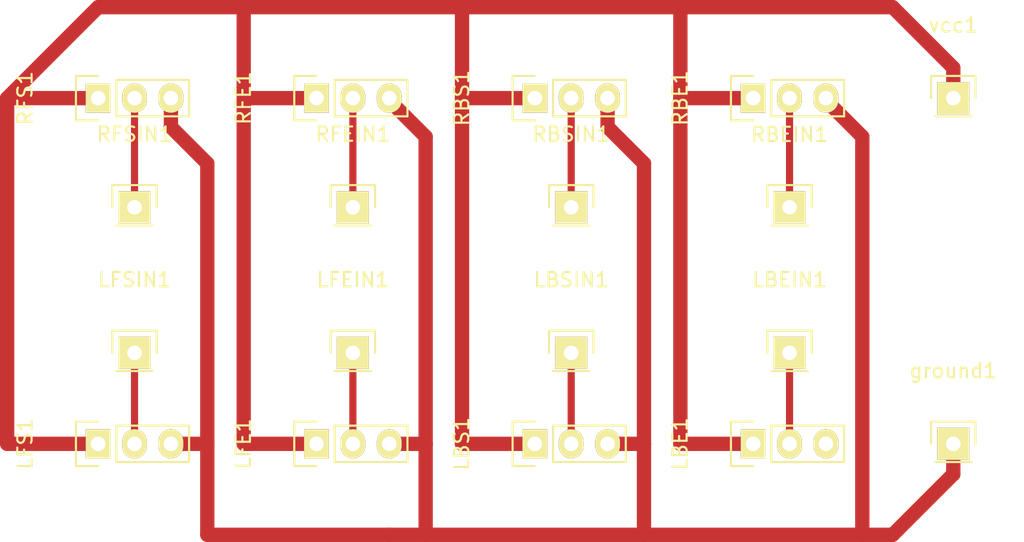
<source format=kicad_pcb>
(kicad_pcb (version 4) (host pcbnew 4.0.4-stable)

  (general
    (links 24)
    (no_connects 3)
    (area 149.159999 80.579999 220.933334 118.810002)
    (thickness 1.6)
    (drawings 0)
    (tracks 57)
    (zones 0)
    (modules 18)
    (nets 11)
  )

  (page A4)
  (layers
    (0 F.Cu signal)
    (31 B.Cu signal)
    (32 B.Adhes user)
    (33 F.Adhes user)
    (34 B.Paste user)
    (35 F.Paste user)
    (36 B.SilkS user)
    (37 F.SilkS user)
    (38 B.Mask user)
    (39 F.Mask user)
    (40 Dwgs.User user)
    (41 Cmts.User user)
    (42 Eco1.User user)
    (43 Eco2.User user)
    (44 Edge.Cuts user)
    (45 Margin user)
    (46 B.CrtYd user)
    (47 F.CrtYd user)
    (48 B.Fab user)
    (49 F.Fab user)
  )

  (setup
    (last_trace_width 0.5)
    (user_trace_width 0.5)
    (user_trace_width 1)
    (user_trace_width 2)
    (trace_clearance 0.2)
    (zone_clearance 0.508)
    (zone_45_only no)
    (trace_min 0.2)
    (segment_width 0.2)
    (edge_width 0.15)
    (via_size 0.6)
    (via_drill 0.4)
    (via_min_size 0.4)
    (via_min_drill 0.3)
    (uvia_size 0.3)
    (uvia_drill 0.1)
    (uvias_allowed no)
    (uvia_min_size 0.2)
    (uvia_min_drill 0.1)
    (pcb_text_width 0.3)
    (pcb_text_size 1.5 1.5)
    (mod_edge_width 0.15)
    (mod_text_size 1 1)
    (mod_text_width 0.15)
    (pad_size 1.524 1.524)
    (pad_drill 0.762)
    (pad_to_mask_clearance 0.2)
    (aux_axis_origin 0 0)
    (visible_elements FFFFFF7F)
    (pcbplotparams
      (layerselection 0x00030_80000001)
      (usegerberextensions false)
      (excludeedgelayer true)
      (linewidth 0.100000)
      (plotframeref false)
      (viasonmask false)
      (mode 1)
      (useauxorigin false)
      (hpglpennumber 1)
      (hpglpenspeed 20)
      (hpglpendiameter 15)
      (hpglpenoverlay 2)
      (psnegative false)
      (psa4output false)
      (plotreference true)
      (plotvalue true)
      (plotinvisibletext false)
      (padsonsilk false)
      (subtractmaskfromsilk false)
      (outputformat 1)
      (mirror false)
      (drillshape 0)
      (scaleselection 1)
      (outputdirectory exportedBoard))
  )

  (net 0 "")
  (net 1 GND)
  (net 2 +5V)
  (net 3 "Net-(LBE1-Pad2)")
  (net 4 "Net-(LBS1-Pad2)")
  (net 5 "Net-(LFE1-Pad2)")
  (net 6 "Net-(LFS1-Pad2)")
  (net 7 "Net-(RBE1-Pad2)")
  (net 8 "Net-(RBS1-Pad2)")
  (net 9 "Net-(RFE1-Pad2)")
  (net 10 "Net-(RFS1-Pad2)")

  (net_class Default "This is the default net class."
    (clearance 0.2)
    (trace_width 0.25)
    (via_dia 0.6)
    (via_drill 0.4)
    (uvia_dia 0.3)
    (uvia_drill 0.1)
    (add_net +5V)
    (add_net GND)
    (add_net "Net-(LBE1-Pad2)")
    (add_net "Net-(LBS1-Pad2)")
    (add_net "Net-(LFE1-Pad2)")
    (add_net "Net-(LFS1-Pad2)")
    (add_net "Net-(RBE1-Pad2)")
    (add_net "Net-(RBS1-Pad2)")
    (add_net "Net-(RFE1-Pad2)")
    (add_net "Net-(RFS1-Pad2)")
  )

  (module Pin_Headers:Pin_Header_Straight_1x01 (layer F.Cu) (tedit 54EA08DC) (tstamp 581D71D1)
    (at 215.9 111.76)
    (descr "Through hole pin header")
    (tags "pin header")
    (path /581D7D4B)
    (fp_text reference ground1 (at 0 -5.1) (layer F.SilkS)
      (effects (font (size 1 1) (thickness 0.15)))
    )
    (fp_text value CONN_01X01 (at 0 -3.1) (layer F.Fab)
      (effects (font (size 1 1) (thickness 0.15)))
    )
    (fp_line (start 1.55 -1.55) (end 1.55 0) (layer F.SilkS) (width 0.15))
    (fp_line (start -1.75 -1.75) (end -1.75 1.75) (layer F.CrtYd) (width 0.05))
    (fp_line (start 1.75 -1.75) (end 1.75 1.75) (layer F.CrtYd) (width 0.05))
    (fp_line (start -1.75 -1.75) (end 1.75 -1.75) (layer F.CrtYd) (width 0.05))
    (fp_line (start -1.75 1.75) (end 1.75 1.75) (layer F.CrtYd) (width 0.05))
    (fp_line (start -1.55 0) (end -1.55 -1.55) (layer F.SilkS) (width 0.15))
    (fp_line (start -1.55 -1.55) (end 1.55 -1.55) (layer F.SilkS) (width 0.15))
    (fp_line (start -1.27 1.27) (end 1.27 1.27) (layer F.SilkS) (width 0.15))
    (pad 1 thru_hole rect (at 0 0) (size 2.2352 2.2352) (drill 1.016) (layers *.Cu *.Mask F.SilkS)
      (net 1 GND))
    (model Pin_Headers.3dshapes/Pin_Header_Straight_1x01.wrl
      (at (xyz 0 0 0))
      (scale (xyz 1 1 1))
      (rotate (xyz 0 0 90))
    )
  )

  (module Pin_Headers:Pin_Header_Straight_1x03 (layer F.Cu) (tedit 0) (tstamp 581D71E3)
    (at 201.93 111.76 90)
    (descr "Through hole pin header")
    (tags "pin header")
    (path /581D64A9)
    (fp_text reference LBE1 (at 0 -5.1 90) (layer F.SilkS)
      (effects (font (size 1 1) (thickness 0.15)))
    )
    (fp_text value CONN_01X03 (at 0 -3.1 90) (layer F.Fab)
      (effects (font (size 1 1) (thickness 0.15)))
    )
    (fp_line (start -1.75 -1.75) (end -1.75 6.85) (layer F.CrtYd) (width 0.05))
    (fp_line (start 1.75 -1.75) (end 1.75 6.85) (layer F.CrtYd) (width 0.05))
    (fp_line (start -1.75 -1.75) (end 1.75 -1.75) (layer F.CrtYd) (width 0.05))
    (fp_line (start -1.75 6.85) (end 1.75 6.85) (layer F.CrtYd) (width 0.05))
    (fp_line (start -1.27 1.27) (end -1.27 6.35) (layer F.SilkS) (width 0.15))
    (fp_line (start -1.27 6.35) (end 1.27 6.35) (layer F.SilkS) (width 0.15))
    (fp_line (start 1.27 6.35) (end 1.27 1.27) (layer F.SilkS) (width 0.15))
    (fp_line (start 1.55 -1.55) (end 1.55 0) (layer F.SilkS) (width 0.15))
    (fp_line (start 1.27 1.27) (end -1.27 1.27) (layer F.SilkS) (width 0.15))
    (fp_line (start -1.55 0) (end -1.55 -1.55) (layer F.SilkS) (width 0.15))
    (fp_line (start -1.55 -1.55) (end 1.55 -1.55) (layer F.SilkS) (width 0.15))
    (pad 1 thru_hole rect (at 0 0 90) (size 2.032 1.7272) (drill 1.016) (layers *.Cu *.Mask F.SilkS)
      (net 2 +5V))
    (pad 2 thru_hole oval (at 0 2.54 90) (size 2.032 1.7272) (drill 1.016) (layers *.Cu *.Mask F.SilkS)
      (net 3 "Net-(LBE1-Pad2)"))
    (pad 3 thru_hole oval (at 0 5.08 90) (size 2.032 1.7272) (drill 1.016) (layers *.Cu *.Mask F.SilkS)
      (net 1 GND))
    (model Pin_Headers.3dshapes/Pin_Header_Straight_1x03.wrl
      (at (xyz 0 -0.1 0))
      (scale (xyz 1 1 1))
      (rotate (xyz 0 0 90))
    )
  )

  (module Pin_Headers:Pin_Header_Straight_1x01 (layer F.Cu) (tedit 54EA08DC) (tstamp 581D71F0)
    (at 204.47 105.41)
    (descr "Through hole pin header")
    (tags "pin header")
    (path /581D695A)
    (fp_text reference LBEIN1 (at 0 -5.1) (layer F.SilkS)
      (effects (font (size 1 1) (thickness 0.15)))
    )
    (fp_text value CONN_01X01 (at 0 -3.1) (layer F.Fab)
      (effects (font (size 1 1) (thickness 0.15)))
    )
    (fp_line (start 1.55 -1.55) (end 1.55 0) (layer F.SilkS) (width 0.15))
    (fp_line (start -1.75 -1.75) (end -1.75 1.75) (layer F.CrtYd) (width 0.05))
    (fp_line (start 1.75 -1.75) (end 1.75 1.75) (layer F.CrtYd) (width 0.05))
    (fp_line (start -1.75 -1.75) (end 1.75 -1.75) (layer F.CrtYd) (width 0.05))
    (fp_line (start -1.75 1.75) (end 1.75 1.75) (layer F.CrtYd) (width 0.05))
    (fp_line (start -1.55 0) (end -1.55 -1.55) (layer F.SilkS) (width 0.15))
    (fp_line (start -1.55 -1.55) (end 1.55 -1.55) (layer F.SilkS) (width 0.15))
    (fp_line (start -1.27 1.27) (end 1.27 1.27) (layer F.SilkS) (width 0.15))
    (pad 1 thru_hole rect (at 0 0) (size 2.2352 2.2352) (drill 1.016) (layers *.Cu *.Mask F.SilkS)
      (net 3 "Net-(LBE1-Pad2)"))
    (model Pin_Headers.3dshapes/Pin_Header_Straight_1x01.wrl
      (at (xyz 0 0 0))
      (scale (xyz 1 1 1))
      (rotate (xyz 0 0 90))
    )
  )

  (module Pin_Headers:Pin_Header_Straight_1x03 (layer F.Cu) (tedit 0) (tstamp 581D7202)
    (at 186.69 111.76 90)
    (descr "Through hole pin header")
    (tags "pin header")
    (path /581D64DB)
    (fp_text reference LBS1 (at 0 -5.1 90) (layer F.SilkS)
      (effects (font (size 1 1) (thickness 0.15)))
    )
    (fp_text value CONN_01X03 (at 0 -3.1 90) (layer F.Fab)
      (effects (font (size 1 1) (thickness 0.15)))
    )
    (fp_line (start -1.75 -1.75) (end -1.75 6.85) (layer F.CrtYd) (width 0.05))
    (fp_line (start 1.75 -1.75) (end 1.75 6.85) (layer F.CrtYd) (width 0.05))
    (fp_line (start -1.75 -1.75) (end 1.75 -1.75) (layer F.CrtYd) (width 0.05))
    (fp_line (start -1.75 6.85) (end 1.75 6.85) (layer F.CrtYd) (width 0.05))
    (fp_line (start -1.27 1.27) (end -1.27 6.35) (layer F.SilkS) (width 0.15))
    (fp_line (start -1.27 6.35) (end 1.27 6.35) (layer F.SilkS) (width 0.15))
    (fp_line (start 1.27 6.35) (end 1.27 1.27) (layer F.SilkS) (width 0.15))
    (fp_line (start 1.55 -1.55) (end 1.55 0) (layer F.SilkS) (width 0.15))
    (fp_line (start 1.27 1.27) (end -1.27 1.27) (layer F.SilkS) (width 0.15))
    (fp_line (start -1.55 0) (end -1.55 -1.55) (layer F.SilkS) (width 0.15))
    (fp_line (start -1.55 -1.55) (end 1.55 -1.55) (layer F.SilkS) (width 0.15))
    (pad 1 thru_hole rect (at 0 0 90) (size 2.032 1.7272) (drill 1.016) (layers *.Cu *.Mask F.SilkS)
      (net 2 +5V))
    (pad 2 thru_hole oval (at 0 2.54 90) (size 2.032 1.7272) (drill 1.016) (layers *.Cu *.Mask F.SilkS)
      (net 4 "Net-(LBS1-Pad2)"))
    (pad 3 thru_hole oval (at 0 5.08 90) (size 2.032 1.7272) (drill 1.016) (layers *.Cu *.Mask F.SilkS)
      (net 1 GND))
    (model Pin_Headers.3dshapes/Pin_Header_Straight_1x03.wrl
      (at (xyz 0 -0.1 0))
      (scale (xyz 1 1 1))
      (rotate (xyz 0 0 90))
    )
  )

  (module Pin_Headers:Pin_Header_Straight_1x01 (layer F.Cu) (tedit 54EA08DC) (tstamp 581D720F)
    (at 189.23 105.41)
    (descr "Through hole pin header")
    (tags "pin header")
    (path /581D69A6)
    (fp_text reference LBSIN1 (at 0 -5.1) (layer F.SilkS)
      (effects (font (size 1 1) (thickness 0.15)))
    )
    (fp_text value CONN_01X01 (at 0 -3.1) (layer F.Fab)
      (effects (font (size 1 1) (thickness 0.15)))
    )
    (fp_line (start 1.55 -1.55) (end 1.55 0) (layer F.SilkS) (width 0.15))
    (fp_line (start -1.75 -1.75) (end -1.75 1.75) (layer F.CrtYd) (width 0.05))
    (fp_line (start 1.75 -1.75) (end 1.75 1.75) (layer F.CrtYd) (width 0.05))
    (fp_line (start -1.75 -1.75) (end 1.75 -1.75) (layer F.CrtYd) (width 0.05))
    (fp_line (start -1.75 1.75) (end 1.75 1.75) (layer F.CrtYd) (width 0.05))
    (fp_line (start -1.55 0) (end -1.55 -1.55) (layer F.SilkS) (width 0.15))
    (fp_line (start -1.55 -1.55) (end 1.55 -1.55) (layer F.SilkS) (width 0.15))
    (fp_line (start -1.27 1.27) (end 1.27 1.27) (layer F.SilkS) (width 0.15))
    (pad 1 thru_hole rect (at 0 0) (size 2.2352 2.2352) (drill 1.016) (layers *.Cu *.Mask F.SilkS)
      (net 4 "Net-(LBS1-Pad2)"))
    (model Pin_Headers.3dshapes/Pin_Header_Straight_1x01.wrl
      (at (xyz 0 0 0))
      (scale (xyz 1 1 1))
      (rotate (xyz 0 0 90))
    )
  )

  (module Pin_Headers:Pin_Header_Straight_1x03 (layer F.Cu) (tedit 0) (tstamp 581D7221)
    (at 171.45 111.76 90)
    (descr "Through hole pin header")
    (tags "pin header")
    (path /581D63B0)
    (fp_text reference LFE1 (at 0 -5.1 90) (layer F.SilkS)
      (effects (font (size 1 1) (thickness 0.15)))
    )
    (fp_text value CONN_01X03 (at 0 -3.1 90) (layer F.Fab)
      (effects (font (size 1 1) (thickness 0.15)))
    )
    (fp_line (start -1.75 -1.75) (end -1.75 6.85) (layer F.CrtYd) (width 0.05))
    (fp_line (start 1.75 -1.75) (end 1.75 6.85) (layer F.CrtYd) (width 0.05))
    (fp_line (start -1.75 -1.75) (end 1.75 -1.75) (layer F.CrtYd) (width 0.05))
    (fp_line (start -1.75 6.85) (end 1.75 6.85) (layer F.CrtYd) (width 0.05))
    (fp_line (start -1.27 1.27) (end -1.27 6.35) (layer F.SilkS) (width 0.15))
    (fp_line (start -1.27 6.35) (end 1.27 6.35) (layer F.SilkS) (width 0.15))
    (fp_line (start 1.27 6.35) (end 1.27 1.27) (layer F.SilkS) (width 0.15))
    (fp_line (start 1.55 -1.55) (end 1.55 0) (layer F.SilkS) (width 0.15))
    (fp_line (start 1.27 1.27) (end -1.27 1.27) (layer F.SilkS) (width 0.15))
    (fp_line (start -1.55 0) (end -1.55 -1.55) (layer F.SilkS) (width 0.15))
    (fp_line (start -1.55 -1.55) (end 1.55 -1.55) (layer F.SilkS) (width 0.15))
    (pad 1 thru_hole rect (at 0 0 90) (size 2.032 1.7272) (drill 1.016) (layers *.Cu *.Mask F.SilkS)
      (net 2 +5V))
    (pad 2 thru_hole oval (at 0 2.54 90) (size 2.032 1.7272) (drill 1.016) (layers *.Cu *.Mask F.SilkS)
      (net 5 "Net-(LFE1-Pad2)"))
    (pad 3 thru_hole oval (at 0 5.08 90) (size 2.032 1.7272) (drill 1.016) (layers *.Cu *.Mask F.SilkS)
      (net 1 GND))
    (model Pin_Headers.3dshapes/Pin_Header_Straight_1x03.wrl
      (at (xyz 0 -0.1 0))
      (scale (xyz 1 1 1))
      (rotate (xyz 0 0 90))
    )
  )

  (module Pin_Headers:Pin_Header_Straight_1x01 (layer F.Cu) (tedit 54EA08DC) (tstamp 581D722E)
    (at 173.99 105.41)
    (descr "Through hole pin header")
    (tags "pin header")
    (path /581D6595)
    (fp_text reference LFEIN1 (at 0 -5.1) (layer F.SilkS)
      (effects (font (size 1 1) (thickness 0.15)))
    )
    (fp_text value CONN_01X01 (at 0 -3.1) (layer F.Fab)
      (effects (font (size 1 1) (thickness 0.15)))
    )
    (fp_line (start 1.55 -1.55) (end 1.55 0) (layer F.SilkS) (width 0.15))
    (fp_line (start -1.75 -1.75) (end -1.75 1.75) (layer F.CrtYd) (width 0.05))
    (fp_line (start 1.75 -1.75) (end 1.75 1.75) (layer F.CrtYd) (width 0.05))
    (fp_line (start -1.75 -1.75) (end 1.75 -1.75) (layer F.CrtYd) (width 0.05))
    (fp_line (start -1.75 1.75) (end 1.75 1.75) (layer F.CrtYd) (width 0.05))
    (fp_line (start -1.55 0) (end -1.55 -1.55) (layer F.SilkS) (width 0.15))
    (fp_line (start -1.55 -1.55) (end 1.55 -1.55) (layer F.SilkS) (width 0.15))
    (fp_line (start -1.27 1.27) (end 1.27 1.27) (layer F.SilkS) (width 0.15))
    (pad 1 thru_hole rect (at 0 0) (size 2.2352 2.2352) (drill 1.016) (layers *.Cu *.Mask F.SilkS)
      (net 5 "Net-(LFE1-Pad2)"))
    (model Pin_Headers.3dshapes/Pin_Header_Straight_1x01.wrl
      (at (xyz 0 0 0))
      (scale (xyz 1 1 1))
      (rotate (xyz 0 0 90))
    )
  )

  (module Pin_Headers:Pin_Header_Straight_1x03 (layer F.Cu) (tedit 0) (tstamp 581D7240)
    (at 156.21 111.76 90)
    (descr "Through hole pin header")
    (tags "pin header")
    (path /581D6409)
    (fp_text reference LFS1 (at 0 -5.1 90) (layer F.SilkS)
      (effects (font (size 1 1) (thickness 0.15)))
    )
    (fp_text value CONN_01X03 (at 0 -3.1 90) (layer F.Fab)
      (effects (font (size 1 1) (thickness 0.15)))
    )
    (fp_line (start -1.75 -1.75) (end -1.75 6.85) (layer F.CrtYd) (width 0.05))
    (fp_line (start 1.75 -1.75) (end 1.75 6.85) (layer F.CrtYd) (width 0.05))
    (fp_line (start -1.75 -1.75) (end 1.75 -1.75) (layer F.CrtYd) (width 0.05))
    (fp_line (start -1.75 6.85) (end 1.75 6.85) (layer F.CrtYd) (width 0.05))
    (fp_line (start -1.27 1.27) (end -1.27 6.35) (layer F.SilkS) (width 0.15))
    (fp_line (start -1.27 6.35) (end 1.27 6.35) (layer F.SilkS) (width 0.15))
    (fp_line (start 1.27 6.35) (end 1.27 1.27) (layer F.SilkS) (width 0.15))
    (fp_line (start 1.55 -1.55) (end 1.55 0) (layer F.SilkS) (width 0.15))
    (fp_line (start 1.27 1.27) (end -1.27 1.27) (layer F.SilkS) (width 0.15))
    (fp_line (start -1.55 0) (end -1.55 -1.55) (layer F.SilkS) (width 0.15))
    (fp_line (start -1.55 -1.55) (end 1.55 -1.55) (layer F.SilkS) (width 0.15))
    (pad 1 thru_hole rect (at 0 0 90) (size 2.032 1.7272) (drill 1.016) (layers *.Cu *.Mask F.SilkS)
      (net 2 +5V))
    (pad 2 thru_hole oval (at 0 2.54 90) (size 2.032 1.7272) (drill 1.016) (layers *.Cu *.Mask F.SilkS)
      (net 6 "Net-(LFS1-Pad2)"))
    (pad 3 thru_hole oval (at 0 5.08 90) (size 2.032 1.7272) (drill 1.016) (layers *.Cu *.Mask F.SilkS)
      (net 1 GND))
    (model Pin_Headers.3dshapes/Pin_Header_Straight_1x03.wrl
      (at (xyz 0 -0.1 0))
      (scale (xyz 1 1 1))
      (rotate (xyz 0 0 90))
    )
  )

  (module Pin_Headers:Pin_Header_Straight_1x01 (layer F.Cu) (tedit 54EA08DC) (tstamp 581D724D)
    (at 158.75 105.41)
    (descr "Through hole pin header")
    (tags "pin header")
    (path /581D6816)
    (fp_text reference LFSIN1 (at 0 -5.1) (layer F.SilkS)
      (effects (font (size 1 1) (thickness 0.15)))
    )
    (fp_text value CONN_01X01 (at 0 -3.1) (layer F.Fab)
      (effects (font (size 1 1) (thickness 0.15)))
    )
    (fp_line (start 1.55 -1.55) (end 1.55 0) (layer F.SilkS) (width 0.15))
    (fp_line (start -1.75 -1.75) (end -1.75 1.75) (layer F.CrtYd) (width 0.05))
    (fp_line (start 1.75 -1.75) (end 1.75 1.75) (layer F.CrtYd) (width 0.05))
    (fp_line (start -1.75 -1.75) (end 1.75 -1.75) (layer F.CrtYd) (width 0.05))
    (fp_line (start -1.75 1.75) (end 1.75 1.75) (layer F.CrtYd) (width 0.05))
    (fp_line (start -1.55 0) (end -1.55 -1.55) (layer F.SilkS) (width 0.15))
    (fp_line (start -1.55 -1.55) (end 1.55 -1.55) (layer F.SilkS) (width 0.15))
    (fp_line (start -1.27 1.27) (end 1.27 1.27) (layer F.SilkS) (width 0.15))
    (pad 1 thru_hole rect (at 0 0) (size 2.2352 2.2352) (drill 1.016) (layers *.Cu *.Mask F.SilkS)
      (net 6 "Net-(LFS1-Pad2)"))
    (model Pin_Headers.3dshapes/Pin_Header_Straight_1x01.wrl
      (at (xyz 0 0 0))
      (scale (xyz 1 1 1))
      (rotate (xyz 0 0 90))
    )
  )

  (module Pin_Headers:Pin_Header_Straight_1x03 (layer F.Cu) (tedit 0) (tstamp 581D725F)
    (at 201.93 87.63 90)
    (descr "Through hole pin header")
    (tags "pin header")
    (path /581D6525)
    (fp_text reference RBE1 (at 0 -5.1 90) (layer F.SilkS)
      (effects (font (size 1 1) (thickness 0.15)))
    )
    (fp_text value CONN_01X03 (at 0 -3.1 90) (layer F.Fab)
      (effects (font (size 1 1) (thickness 0.15)))
    )
    (fp_line (start -1.75 -1.75) (end -1.75 6.85) (layer F.CrtYd) (width 0.05))
    (fp_line (start 1.75 -1.75) (end 1.75 6.85) (layer F.CrtYd) (width 0.05))
    (fp_line (start -1.75 -1.75) (end 1.75 -1.75) (layer F.CrtYd) (width 0.05))
    (fp_line (start -1.75 6.85) (end 1.75 6.85) (layer F.CrtYd) (width 0.05))
    (fp_line (start -1.27 1.27) (end -1.27 6.35) (layer F.SilkS) (width 0.15))
    (fp_line (start -1.27 6.35) (end 1.27 6.35) (layer F.SilkS) (width 0.15))
    (fp_line (start 1.27 6.35) (end 1.27 1.27) (layer F.SilkS) (width 0.15))
    (fp_line (start 1.55 -1.55) (end 1.55 0) (layer F.SilkS) (width 0.15))
    (fp_line (start 1.27 1.27) (end -1.27 1.27) (layer F.SilkS) (width 0.15))
    (fp_line (start -1.55 0) (end -1.55 -1.55) (layer F.SilkS) (width 0.15))
    (fp_line (start -1.55 -1.55) (end 1.55 -1.55) (layer F.SilkS) (width 0.15))
    (pad 1 thru_hole rect (at 0 0 90) (size 2.032 1.7272) (drill 1.016) (layers *.Cu *.Mask F.SilkS)
      (net 2 +5V))
    (pad 2 thru_hole oval (at 0 2.54 90) (size 2.032 1.7272) (drill 1.016) (layers *.Cu *.Mask F.SilkS)
      (net 7 "Net-(RBE1-Pad2)"))
    (pad 3 thru_hole oval (at 0 5.08 90) (size 2.032 1.7272) (drill 1.016) (layers *.Cu *.Mask F.SilkS)
      (net 1 GND))
    (model Pin_Headers.3dshapes/Pin_Header_Straight_1x03.wrl
      (at (xyz 0 -0.1 0))
      (scale (xyz 1 1 1))
      (rotate (xyz 0 0 90))
    )
  )

  (module Pin_Headers:Pin_Header_Straight_1x01 (layer F.Cu) (tedit 54EA08DC) (tstamp 581D726C)
    (at 204.47 95.25)
    (descr "Through hole pin header")
    (tags "pin header")
    (path /581D6A1E)
    (fp_text reference RBEIN1 (at 0 -5.08) (layer F.SilkS)
      (effects (font (size 1 1) (thickness 0.15)))
    )
    (fp_text value CONN_01X01 (at 0 -3.81) (layer F.Fab)
      (effects (font (size 1 1) (thickness 0.15)))
    )
    (fp_line (start 1.55 -1.55) (end 1.55 0) (layer F.SilkS) (width 0.15))
    (fp_line (start -1.75 -1.75) (end -1.75 1.75) (layer F.CrtYd) (width 0.05))
    (fp_line (start 1.75 -1.75) (end 1.75 1.75) (layer F.CrtYd) (width 0.05))
    (fp_line (start -1.75 -1.75) (end 1.75 -1.75) (layer F.CrtYd) (width 0.05))
    (fp_line (start -1.75 1.75) (end 1.75 1.75) (layer F.CrtYd) (width 0.05))
    (fp_line (start -1.55 0) (end -1.55 -1.55) (layer F.SilkS) (width 0.15))
    (fp_line (start -1.55 -1.55) (end 1.55 -1.55) (layer F.SilkS) (width 0.15))
    (fp_line (start -1.27 1.27) (end 1.27 1.27) (layer F.SilkS) (width 0.15))
    (pad 1 thru_hole rect (at 0 0) (size 2.2352 2.2352) (drill 1.016) (layers *.Cu *.Mask F.SilkS)
      (net 7 "Net-(RBE1-Pad2)"))
    (model Pin_Headers.3dshapes/Pin_Header_Straight_1x01.wrl
      (at (xyz 0 0 0))
      (scale (xyz 1 1 1))
      (rotate (xyz 0 0 90))
    )
  )

  (module Pin_Headers:Pin_Header_Straight_1x03 (layer F.Cu) (tedit 0) (tstamp 581D727E)
    (at 186.69 87.63 90)
    (descr "Through hole pin header")
    (tags "pin header")
    (path /581D655D)
    (fp_text reference RBS1 (at 0 -5.1 90) (layer F.SilkS)
      (effects (font (size 1 1) (thickness 0.15)))
    )
    (fp_text value CONN_01X03 (at 0 -3.1 90) (layer F.Fab)
      (effects (font (size 1 1) (thickness 0.15)))
    )
    (fp_line (start -1.75 -1.75) (end -1.75 6.85) (layer F.CrtYd) (width 0.05))
    (fp_line (start 1.75 -1.75) (end 1.75 6.85) (layer F.CrtYd) (width 0.05))
    (fp_line (start -1.75 -1.75) (end 1.75 -1.75) (layer F.CrtYd) (width 0.05))
    (fp_line (start -1.75 6.85) (end 1.75 6.85) (layer F.CrtYd) (width 0.05))
    (fp_line (start -1.27 1.27) (end -1.27 6.35) (layer F.SilkS) (width 0.15))
    (fp_line (start -1.27 6.35) (end 1.27 6.35) (layer F.SilkS) (width 0.15))
    (fp_line (start 1.27 6.35) (end 1.27 1.27) (layer F.SilkS) (width 0.15))
    (fp_line (start 1.55 -1.55) (end 1.55 0) (layer F.SilkS) (width 0.15))
    (fp_line (start 1.27 1.27) (end -1.27 1.27) (layer F.SilkS) (width 0.15))
    (fp_line (start -1.55 0) (end -1.55 -1.55) (layer F.SilkS) (width 0.15))
    (fp_line (start -1.55 -1.55) (end 1.55 -1.55) (layer F.SilkS) (width 0.15))
    (pad 1 thru_hole rect (at 0 0 90) (size 2.032 1.7272) (drill 1.016) (layers *.Cu *.Mask F.SilkS)
      (net 2 +5V))
    (pad 2 thru_hole oval (at 0 2.54 90) (size 2.032 1.7272) (drill 1.016) (layers *.Cu *.Mask F.SilkS)
      (net 8 "Net-(RBS1-Pad2)"))
    (pad 3 thru_hole oval (at 0 5.08 90) (size 2.032 1.7272) (drill 1.016) (layers *.Cu *.Mask F.SilkS)
      (net 1 GND))
    (model Pin_Headers.3dshapes/Pin_Header_Straight_1x03.wrl
      (at (xyz 0 -0.1 0))
      (scale (xyz 1 1 1))
      (rotate (xyz 0 0 90))
    )
  )

  (module Pin_Headers:Pin_Header_Straight_1x01 (layer F.Cu) (tedit 54EA08DC) (tstamp 581D728B)
    (at 189.23 95.25)
    (descr "Through hole pin header")
    (tags "pin header")
    (path /581D6A67)
    (fp_text reference RBSIN1 (at 0 -5.1) (layer F.SilkS)
      (effects (font (size 1 1) (thickness 0.15)))
    )
    (fp_text value CONN_01X01 (at 0 -3.1) (layer F.Fab)
      (effects (font (size 1 1) (thickness 0.15)))
    )
    (fp_line (start 1.55 -1.55) (end 1.55 0) (layer F.SilkS) (width 0.15))
    (fp_line (start -1.75 -1.75) (end -1.75 1.75) (layer F.CrtYd) (width 0.05))
    (fp_line (start 1.75 -1.75) (end 1.75 1.75) (layer F.CrtYd) (width 0.05))
    (fp_line (start -1.75 -1.75) (end 1.75 -1.75) (layer F.CrtYd) (width 0.05))
    (fp_line (start -1.75 1.75) (end 1.75 1.75) (layer F.CrtYd) (width 0.05))
    (fp_line (start -1.55 0) (end -1.55 -1.55) (layer F.SilkS) (width 0.15))
    (fp_line (start -1.55 -1.55) (end 1.55 -1.55) (layer F.SilkS) (width 0.15))
    (fp_line (start -1.27 1.27) (end 1.27 1.27) (layer F.SilkS) (width 0.15))
    (pad 1 thru_hole rect (at 0 0) (size 2.2352 2.2352) (drill 1.016) (layers *.Cu *.Mask F.SilkS)
      (net 8 "Net-(RBS1-Pad2)"))
    (model Pin_Headers.3dshapes/Pin_Header_Straight_1x01.wrl
      (at (xyz 0 0 0))
      (scale (xyz 1 1 1))
      (rotate (xyz 0 0 90))
    )
  )

  (module Pin_Headers:Pin_Header_Straight_1x03 (layer F.Cu) (tedit 0) (tstamp 581D729D)
    (at 171.45 87.63 90)
    (descr "Through hole pin header")
    (tags "pin header")
    (path /581D6433)
    (fp_text reference RFE1 (at 0 -5.1 90) (layer F.SilkS)
      (effects (font (size 1 1) (thickness 0.15)))
    )
    (fp_text value CONN_01X03 (at 0 -3.1 90) (layer F.Fab)
      (effects (font (size 1 1) (thickness 0.15)))
    )
    (fp_line (start -1.75 -1.75) (end -1.75 6.85) (layer F.CrtYd) (width 0.05))
    (fp_line (start 1.75 -1.75) (end 1.75 6.85) (layer F.CrtYd) (width 0.05))
    (fp_line (start -1.75 -1.75) (end 1.75 -1.75) (layer F.CrtYd) (width 0.05))
    (fp_line (start -1.75 6.85) (end 1.75 6.85) (layer F.CrtYd) (width 0.05))
    (fp_line (start -1.27 1.27) (end -1.27 6.35) (layer F.SilkS) (width 0.15))
    (fp_line (start -1.27 6.35) (end 1.27 6.35) (layer F.SilkS) (width 0.15))
    (fp_line (start 1.27 6.35) (end 1.27 1.27) (layer F.SilkS) (width 0.15))
    (fp_line (start 1.55 -1.55) (end 1.55 0) (layer F.SilkS) (width 0.15))
    (fp_line (start 1.27 1.27) (end -1.27 1.27) (layer F.SilkS) (width 0.15))
    (fp_line (start -1.55 0) (end -1.55 -1.55) (layer F.SilkS) (width 0.15))
    (fp_line (start -1.55 -1.55) (end 1.55 -1.55) (layer F.SilkS) (width 0.15))
    (pad 1 thru_hole rect (at 0 0 90) (size 2.032 1.7272) (drill 1.016) (layers *.Cu *.Mask F.SilkS)
      (net 2 +5V))
    (pad 2 thru_hole oval (at 0 2.54 90) (size 2.032 1.7272) (drill 1.016) (layers *.Cu *.Mask F.SilkS)
      (net 9 "Net-(RFE1-Pad2)"))
    (pad 3 thru_hole oval (at 0 5.08 90) (size 2.032 1.7272) (drill 1.016) (layers *.Cu *.Mask F.SilkS)
      (net 1 GND))
    (model Pin_Headers.3dshapes/Pin_Header_Straight_1x03.wrl
      (at (xyz 0 -0.1 0))
      (scale (xyz 1 1 1))
      (rotate (xyz 0 0 90))
    )
  )

  (module Pin_Headers:Pin_Header_Straight_1x01 (layer F.Cu) (tedit 54EA08DC) (tstamp 581D72AA)
    (at 173.99 95.25)
    (descr "Through hole pin header")
    (tags "pin header")
    (path /581D684C)
    (fp_text reference RFEIN1 (at 0 -5.1) (layer F.SilkS)
      (effects (font (size 1 1) (thickness 0.15)))
    )
    (fp_text value CONN_01X01 (at 0 -3.1) (layer F.Fab)
      (effects (font (size 1 1) (thickness 0.15)))
    )
    (fp_line (start 1.55 -1.55) (end 1.55 0) (layer F.SilkS) (width 0.15))
    (fp_line (start -1.75 -1.75) (end -1.75 1.75) (layer F.CrtYd) (width 0.05))
    (fp_line (start 1.75 -1.75) (end 1.75 1.75) (layer F.CrtYd) (width 0.05))
    (fp_line (start -1.75 -1.75) (end 1.75 -1.75) (layer F.CrtYd) (width 0.05))
    (fp_line (start -1.75 1.75) (end 1.75 1.75) (layer F.CrtYd) (width 0.05))
    (fp_line (start -1.55 0) (end -1.55 -1.55) (layer F.SilkS) (width 0.15))
    (fp_line (start -1.55 -1.55) (end 1.55 -1.55) (layer F.SilkS) (width 0.15))
    (fp_line (start -1.27 1.27) (end 1.27 1.27) (layer F.SilkS) (width 0.15))
    (pad 1 thru_hole rect (at 0 0) (size 2.2352 2.2352) (drill 1.016) (layers *.Cu *.Mask F.SilkS)
      (net 9 "Net-(RFE1-Pad2)"))
    (model Pin_Headers.3dshapes/Pin_Header_Straight_1x01.wrl
      (at (xyz 0 0 0))
      (scale (xyz 1 1 1))
      (rotate (xyz 0 0 90))
    )
  )

  (module Pin_Headers:Pin_Header_Straight_1x03 (layer F.Cu) (tedit 0) (tstamp 581D72BC)
    (at 156.21 87.63 90)
    (descr "Through hole pin header")
    (tags "pin header")
    (path /581D6477)
    (fp_text reference RFS1 (at 0 -5.1 90) (layer F.SilkS)
      (effects (font (size 1 1) (thickness 0.15)))
    )
    (fp_text value CONN_01X03 (at 0 -3.1 90) (layer F.Fab)
      (effects (font (size 1 1) (thickness 0.15)))
    )
    (fp_line (start -1.75 -1.75) (end -1.75 6.85) (layer F.CrtYd) (width 0.05))
    (fp_line (start 1.75 -1.75) (end 1.75 6.85) (layer F.CrtYd) (width 0.05))
    (fp_line (start -1.75 -1.75) (end 1.75 -1.75) (layer F.CrtYd) (width 0.05))
    (fp_line (start -1.75 6.85) (end 1.75 6.85) (layer F.CrtYd) (width 0.05))
    (fp_line (start -1.27 1.27) (end -1.27 6.35) (layer F.SilkS) (width 0.15))
    (fp_line (start -1.27 6.35) (end 1.27 6.35) (layer F.SilkS) (width 0.15))
    (fp_line (start 1.27 6.35) (end 1.27 1.27) (layer F.SilkS) (width 0.15))
    (fp_line (start 1.55 -1.55) (end 1.55 0) (layer F.SilkS) (width 0.15))
    (fp_line (start 1.27 1.27) (end -1.27 1.27) (layer F.SilkS) (width 0.15))
    (fp_line (start -1.55 0) (end -1.55 -1.55) (layer F.SilkS) (width 0.15))
    (fp_line (start -1.55 -1.55) (end 1.55 -1.55) (layer F.SilkS) (width 0.15))
    (pad 1 thru_hole rect (at 0 0 90) (size 2.032 1.7272) (drill 1.016) (layers *.Cu *.Mask F.SilkS)
      (net 2 +5V))
    (pad 2 thru_hole oval (at 0 2.54 90) (size 2.032 1.7272) (drill 1.016) (layers *.Cu *.Mask F.SilkS)
      (net 10 "Net-(RFS1-Pad2)"))
    (pad 3 thru_hole oval (at 0 5.08 90) (size 2.032 1.7272) (drill 1.016) (layers *.Cu *.Mask F.SilkS)
      (net 1 GND))
    (model Pin_Headers.3dshapes/Pin_Header_Straight_1x03.wrl
      (at (xyz 0 -0.1 0))
      (scale (xyz 1 1 1))
      (rotate (xyz 0 0 90))
    )
  )

  (module Pin_Headers:Pin_Header_Straight_1x01 (layer F.Cu) (tedit 54EA08DC) (tstamp 581D72C9)
    (at 158.75 95.25)
    (descr "Through hole pin header")
    (tags "pin header")
    (path /581D6913)
    (fp_text reference RFSIN1 (at 0 -5.1) (layer F.SilkS)
      (effects (font (size 1 1) (thickness 0.15)))
    )
    (fp_text value CONN_01X01 (at 0 -3.1) (layer F.Fab)
      (effects (font (size 1 1) (thickness 0.15)))
    )
    (fp_line (start 1.55 -1.55) (end 1.55 0) (layer F.SilkS) (width 0.15))
    (fp_line (start -1.75 -1.75) (end -1.75 1.75) (layer F.CrtYd) (width 0.05))
    (fp_line (start 1.75 -1.75) (end 1.75 1.75) (layer F.CrtYd) (width 0.05))
    (fp_line (start -1.75 -1.75) (end 1.75 -1.75) (layer F.CrtYd) (width 0.05))
    (fp_line (start -1.75 1.75) (end 1.75 1.75) (layer F.CrtYd) (width 0.05))
    (fp_line (start -1.55 0) (end -1.55 -1.55) (layer F.SilkS) (width 0.15))
    (fp_line (start -1.55 -1.55) (end 1.55 -1.55) (layer F.SilkS) (width 0.15))
    (fp_line (start -1.27 1.27) (end 1.27 1.27) (layer F.SilkS) (width 0.15))
    (pad 1 thru_hole rect (at 0 0) (size 2.2352 2.2352) (drill 1.016) (layers *.Cu *.Mask F.SilkS)
      (net 10 "Net-(RFS1-Pad2)"))
    (model Pin_Headers.3dshapes/Pin_Header_Straight_1x01.wrl
      (at (xyz 0 0 0))
      (scale (xyz 1 1 1))
      (rotate (xyz 0 0 90))
    )
  )

  (module Pin_Headers:Pin_Header_Straight_1x01 (layer F.Cu) (tedit 54EA08DC) (tstamp 581D72D6)
    (at 215.9 87.63)
    (descr "Through hole pin header")
    (tags "pin header")
    (path /581D7DFB)
    (fp_text reference vcc1 (at 0 -5.1) (layer F.SilkS)
      (effects (font (size 1 1) (thickness 0.15)))
    )
    (fp_text value CONN_01X01 (at 0 -3.1) (layer F.Fab)
      (effects (font (size 1 1) (thickness 0.15)))
    )
    (fp_line (start 1.55 -1.55) (end 1.55 0) (layer F.SilkS) (width 0.15))
    (fp_line (start -1.75 -1.75) (end -1.75 1.75) (layer F.CrtYd) (width 0.05))
    (fp_line (start 1.75 -1.75) (end 1.75 1.75) (layer F.CrtYd) (width 0.05))
    (fp_line (start -1.75 -1.75) (end 1.75 -1.75) (layer F.CrtYd) (width 0.05))
    (fp_line (start -1.75 1.75) (end 1.75 1.75) (layer F.CrtYd) (width 0.05))
    (fp_line (start -1.55 0) (end -1.55 -1.55) (layer F.SilkS) (width 0.15))
    (fp_line (start -1.55 -1.55) (end 1.55 -1.55) (layer F.SilkS) (width 0.15))
    (fp_line (start -1.27 1.27) (end 1.27 1.27) (layer F.SilkS) (width 0.15))
    (pad 1 thru_hole rect (at 0 0) (size 2.2352 2.2352) (drill 1.016) (layers *.Cu *.Mask F.SilkS)
      (net 2 +5V))
    (model Pin_Headers.3dshapes/Pin_Header_Straight_1x01.wrl
      (at (xyz 0 0 0))
      (scale (xyz 1 1 1))
      (rotate (xyz 0 0 90))
    )
  )

  (segment (start 179.07 90.3224) (end 179.07 111.76) (width 1) (layer F.Cu) (net 1))
  (segment (start 179.07 111.76) (end 179.07 118.11) (width 1) (layer F.Cu) (net 1))
  (segment (start 176.53 111.76) (end 179.07 111.76) (width 1) (layer F.Cu) (net 1))
  (segment (start 194.31 118.11) (end 179.07 118.11) (width 1) (layer F.Cu) (net 1))
  (segment (start 179.07 118.11) (end 176.53 118.11) (width 1) (layer F.Cu) (net 1))
  (segment (start 176.53 87.63) (end 176.53 87.7824) (width 1) (layer F.Cu) (net 1))
  (segment (start 176.53 87.7824) (end 179.07 90.3224) (width 1) (layer F.Cu) (net 1))
  (segment (start 163.83 92.186) (end 163.83 111.76) (width 1) (layer F.Cu) (net 1))
  (segment (start 163.83 111.76) (end 163.83 118.11) (width 1) (layer F.Cu) (net 1))
  (segment (start 161.29 111.76) (end 163.83 111.76) (width 1) (layer F.Cu) (net 1))
  (segment (start 176.53 118.11) (end 163.83 118.11) (width 1) (layer F.Cu) (net 1))
  (segment (start 161.29 89.646) (end 163.83 92.186) (width 1) (layer F.Cu) (net 1))
  (segment (start 161.29 87.63) (end 161.29 89.646) (width 1) (layer F.Cu) (net 1))
  (segment (start 209.55 90.3224) (end 209.55 118.11) (width 1) (layer F.Cu) (net 1))
  (segment (start 207.01 87.63) (end 207.01 87.7824) (width 1) (layer F.Cu) (net 1))
  (segment (start 207.01 87.7824) (end 209.55 90.3224) (width 1) (layer F.Cu) (net 1))
  (segment (start 194.31 92.186) (end 194.31 111.76) (width 1) (layer F.Cu) (net 1))
  (segment (start 194.31 111.76) (end 194.31 118.11) (width 1) (layer F.Cu) (net 1))
  (segment (start 191.77 111.76) (end 194.31 111.76) (width 1) (layer F.Cu) (net 1))
  (segment (start 211.6676 118.11) (end 194.31 118.11) (width 1) (layer F.Cu) (net 1))
  (segment (start 191.77 87.63) (end 191.77 89.646) (width 1) (layer F.Cu) (net 1))
  (segment (start 191.77 89.646) (end 194.31 92.186) (width 1) (layer F.Cu) (net 1))
  (segment (start 215.9 111.76) (end 215.9 113.8776) (width 1) (layer F.Cu) (net 1))
  (segment (start 215.9 113.8776) (end 211.6676 118.11) (width 1) (layer F.Cu) (net 1))
  (segment (start 215.9 113.1276) (end 215.9 111.76) (width 0.25) (layer F.Cu) (net 1))
  (segment (start 196.85 111.76) (end 196.85 87.63) (width 1) (layer F.Cu) (net 2))
  (segment (start 196.85 87.63) (end 196.85 81.28) (width 1) (layer F.Cu) (net 2))
  (segment (start 201.93 87.63) (end 196.85 87.63) (width 1) (layer F.Cu) (net 2))
  (segment (start 211.6676 81.28) (end 196.85 81.28) (width 1) (layer F.Cu) (net 2))
  (segment (start 196.85 81.28) (end 181.61 81.28) (width 1) (layer F.Cu) (net 2))
  (segment (start 201.93 111.76) (end 196.85 111.76) (width 1) (layer F.Cu) (net 2))
  (segment (start 181.61 111.76) (end 181.61 87.63) (width 1) (layer F.Cu) (net 2))
  (segment (start 181.61 87.63) (end 181.61 81.28) (width 1) (layer F.Cu) (net 2))
  (segment (start 186.69 87.63) (end 181.61 87.63) (width 1) (layer F.Cu) (net 2))
  (segment (start 181.61 81.28) (end 166.37 81.28) (width 1) (layer F.Cu) (net 2))
  (segment (start 186.69 111.76) (end 181.61 111.76) (width 1) (layer F.Cu) (net 2))
  (segment (start 166.37 111.76) (end 166.37 87.63) (width 1) (layer F.Cu) (net 2))
  (segment (start 166.37 87.63) (end 166.37 81.28) (width 1) (layer F.Cu) (net 2))
  (segment (start 171.45 87.63) (end 166.37 87.63) (width 1) (layer F.Cu) (net 2))
  (segment (start 166.37 81.28) (end 156.21 81.28) (width 1) (layer F.Cu) (net 2))
  (segment (start 171.45 111.76) (end 166.37 111.76) (width 1) (layer F.Cu) (net 2))
  (segment (start 156.21 87.63) (end 149.86 87.63) (width 1) (layer F.Cu) (net 2))
  (segment (start 149.86 111.76) (end 156.21 111.76) (width 1) (layer F.Cu) (net 2))
  (segment (start 149.86 87.63) (end 149.86 111.76) (width 1) (layer F.Cu) (net 2))
  (segment (start 156.21 81.28) (end 149.86 87.63) (width 1) (layer F.Cu) (net 2))
  (segment (start 215.9 87.63) (end 215.9 85.5124) (width 1) (layer F.Cu) (net 2))
  (segment (start 215.9 85.5124) (end 211.6676 81.28) (width 1) (layer F.Cu) (net 2))
  (segment (start 204.47 105.41) (end 204.47 111.76) (width 0.5) (layer F.Cu) (net 3))
  (segment (start 189.23 111.76) (end 189.23 105.41) (width 0.5) (layer F.Cu) (net 4))
  (segment (start 173.99 111.76) (end 173.99 105.41) (width 0.5) (layer F.Cu) (net 5))
  (segment (start 158.75 105.41) (end 158.75 111.76) (width 0.5) (layer F.Cu) (net 6))
  (segment (start 204.47 87.63) (end 204.47 95.25) (width 0.5) (layer F.Cu) (net 7))
  (segment (start 189.23 95.25) (end 189.23 87.63) (width 0.5) (layer F.Cu) (net 8))
  (segment (start 173.99 87.63) (end 173.99 95.25) (width 0.5) (layer F.Cu) (net 9))
  (segment (start 158.75 95.25) (end 158.75 93.6324) (width 0.5) (layer F.Cu) (net 10))
  (segment (start 158.75 93.6324) (end 158.75 87.63) (width 0.5) (layer F.Cu) (net 10))
  (segment (start 158.75 95.25) (end 158.75 93.8824) (width 0.25) (layer F.Cu) (net 10))

)

</source>
